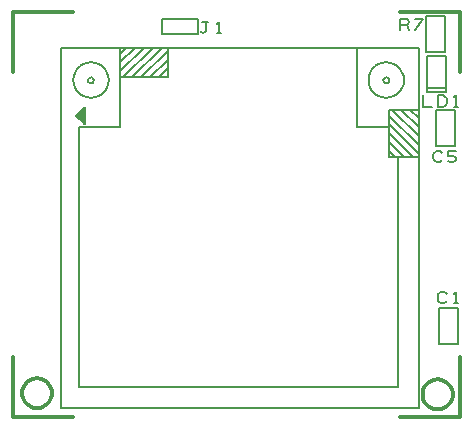
<source format=gbr>
%FSLAX23Y23*%
%MOIN*%
G04 EasyPC Gerber Version 13.0.2 Build 2807 *
%ADD75C,0.00500*%
%ADD74C,0.01200*%
X0Y0D02*
D02*
D74*
X17255Y18490D02*
Y18690D01*
X17455*
X17335Y17470D02*
X17323Y17468D01*
X17312Y17464*
X17302Y17457*
X17294Y17448*
X17288Y17437*
X17285Y17426*
Y17414*
X17288Y17402*
X17294Y17391*
X17302Y17382*
X17312Y17375*
X17323Y17371*
X17335Y17370*
X17347Y17371*
X17358Y17375*
X17368Y17382*
X17376Y17391*
X17382Y17402*
X17385Y17414*
Y17426*
X17382Y17437*
X17376Y17448*
X17368Y17457*
X17358Y17464*
X17347Y17468*
X17335Y17470*
X17455Y17340D02*
X17255D01*
Y17540*
X18546Y18689D02*
X18746D01*
Y18489*
X18670Y17465D02*
X18658Y17463D01*
X18647Y17459*
X18637Y17452*
X18629Y17443*
X18623Y17432*
X18620Y17421*
Y17409*
X18623Y17397*
X18629Y17386*
X18637Y17377*
X18647Y17370*
X18658Y17366*
X18670Y17365*
X18682Y17366*
X18693Y17370*
X18703Y17377*
X18711Y17386*
X18717Y17397*
X18720Y17409*
Y17421*
X18717Y17432*
X18711Y17443*
X18703Y17452*
X18693Y17459*
X18682Y17463*
X18670Y17465*
X18745Y17540D02*
Y17340D01*
X18545*
D02*
D75*
X17416Y17370D02*
X18607D01*
Y18571*
X17416*
Y17370*
X17466Y18344D02*
X17495Y18315D01*
Y18374*
X17466Y18344*
X17493Y18317D02*
X17495D01*
X17490Y18320D02*
X17495D01*
X17487Y18323D02*
X17495D01*
X17484Y18326D02*
X17495D01*
X17481Y18329D02*
X17495D01*
X17478Y18332D02*
X17495D01*
X17475Y18335D02*
X17495D01*
X17472Y18338D02*
X17495D01*
X17469Y18341D02*
X17495D01*
X17466Y18344D02*
X17495D01*
X17469Y18347D02*
X17495D01*
X17472Y18350D02*
X17495D01*
X17475Y18353D02*
X17495D01*
X17478Y18356D02*
X17495D01*
X17481Y18359D02*
X17495D01*
X17484Y18362D02*
X17495D01*
X17487Y18365D02*
X17495D01*
X17490Y18368D02*
X17495D01*
X17493Y18371D02*
X17495D01*
X17475Y17439D02*
Y18305D01*
X17613*
Y18571*
X18401*
Y18305*
X18509*
Y18207*
X18538*
Y17439*
X17475*
X17515Y18472D02*
X17510Y18471D01*
X17506Y18467*
X17505Y18462*
X17506Y18458*
X17510Y18454*
X17515Y18453*
X17520Y18454*
X17523Y18458*
X17525Y18462*
X17523Y18467*
X17520Y18471*
X17515Y18472*
Y18522D02*
X17502Y18520D01*
X17489Y18516*
X17478Y18509*
X17469Y18499*
X17462Y18488*
X17457Y18476*
X17456Y18462*
X17457Y18449*
X17462Y18437*
X17469Y18426*
X17478Y18416*
X17489Y18409*
X17502Y18405*
X17515Y18403*
X17528Y18405*
X17540Y18409*
X17552Y18416*
X17561Y18426*
X17568Y18437*
X17572Y18449*
X17574Y18462*
X17572Y18476*
X17568Y18488*
X17561Y18499*
X17552Y18509*
X17540Y18516*
X17528Y18520*
X17515Y18522*
X17613Y18472D02*
X17771D01*
Y18571*
X17613*
Y18472*
Y18492D02*
X17692Y18571D01*
X17613Y18522D02*
X17662Y18571D01*
X17613Y18551D02*
X17633Y18571D01*
X17653Y18472D02*
X17751Y18571D01*
X17682Y18472D02*
X17771Y18561D01*
X17712Y18472D02*
X17771Y18531D01*
X17722Y18571D02*
X17623Y18472D01*
X17750Y18615D02*
X17870D01*
Y18665*
X17750*
Y18615*
X17771Y18502D02*
X17741Y18472D01*
X17880Y18625D02*
X17883Y18622D01*
X17889Y18619*
X17896Y18622*
X17899Y18625*
Y18657*
X17905*
X17899D02*
X17886D01*
X17936Y18619D02*
X17949D01*
X17942D02*
Y18657D01*
X17936Y18650*
X18499Y18472D02*
X18494Y18471D01*
X18491Y18467*
X18489Y18462*
X18491Y18458*
X18494Y18454*
X18499Y18453*
X18504Y18454*
X18508Y18458*
X18509Y18462*
X18508Y18467*
X18504Y18471*
X18499Y18472*
Y18522D02*
X18486Y18520D01*
X18473Y18516*
X18462Y18509*
X18453Y18499*
X18446Y18488*
X18442Y18476*
X18440Y18462*
X18442Y18449*
X18446Y18437*
X18453Y18426*
X18462Y18416*
X18473Y18409*
X18486Y18405*
X18499Y18403*
X18512Y18405*
X18525Y18409*
X18536Y18416*
X18545Y18426*
X18552Y18437*
X18557Y18449*
X18558Y18462*
X18557Y18476*
X18552Y18488*
X18545Y18499*
X18536Y18509*
X18525Y18516*
X18512Y18520*
X18499Y18522*
X18509Y18315D02*
X18607Y18216D01*
X18529Y18207D02*
X18509Y18226D01*
X18545Y18629D02*
Y18667D01*
X18567*
X18573Y18663*
X18576Y18657*
X18573Y18651*
X18567Y18648*
X18545*
X18567D02*
X18576Y18629D01*
X18595D02*
X18620Y18667D01*
X18595*
X18558Y18207D02*
X18509Y18256D01*
X18578Y18364D02*
X18607Y18335D01*
X18588Y18207D02*
X18509Y18285D01*
X18607Y18207D02*
Y18364D01*
X18509*
Y18207*
X18607*
Y18246D02*
X18509Y18344D01*
X18607Y18275D02*
X18519Y18364D01*
X18607Y18305D02*
X18548Y18364D01*
X18620Y18412D02*
Y18374D01*
X18651*
X18670D02*
Y18412D01*
X18689*
X18695Y18408*
X18698Y18405*
X18701Y18399*
Y18387*
X18698Y18380*
X18695Y18377*
X18689Y18374*
X18670*
X18726D02*
X18739D01*
X18733D02*
Y18412D01*
X18726Y18405*
X18633Y18677D02*
Y18558D01*
X18696*
Y18677*
X18633*
X18635Y18435D02*
X18695D01*
X18686Y18195D02*
X18683Y18192D01*
X18677Y18189*
X18668*
X18661Y18192*
X18658Y18195*
X18655Y18202*
Y18214*
X18658Y18220*
X18661Y18223*
X18668Y18227*
X18677*
X18683Y18223*
X18686Y18220*
X18705Y18192D02*
X18711Y18189D01*
X18721*
X18727Y18192*
X18730Y18198*
Y18202*
X18727Y18208*
X18721Y18211*
X18705*
Y18227*
X18730*
X18701Y17725D02*
X18698Y17722D01*
X18692Y17719*
X18683*
X18676Y17722*
X18673Y17725*
X18670Y17732*
Y17744*
X18673Y17750*
X18676Y17753*
X18683Y17757*
X18692*
X18698Y17753*
X18701Y17750*
X18726Y17719D02*
X18739D01*
X18733D02*
Y17757D01*
X18726Y17750*
X18697Y18423D02*
Y18542D01*
X18634*
Y18423*
X18697*
X18727Y18243D02*
Y18362D01*
X18664*
Y18243*
X18727*
X18737Y17583D02*
Y17702D01*
X18674*
Y17583*
X18737*
X0Y0D02*
M02*

</source>
